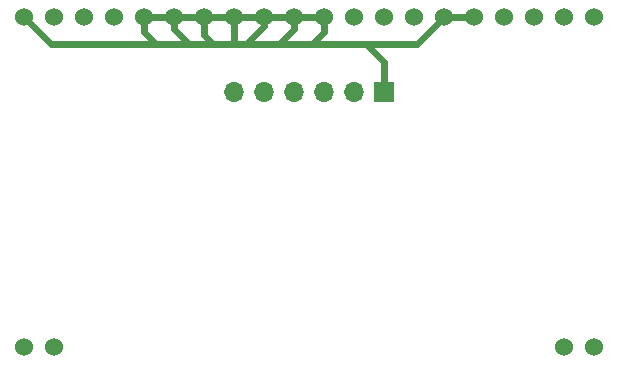
<source format=gbr>
G04 #@! TF.FileFunction,Copper,L2,Bot,Signal*
%FSLAX46Y46*%
G04 Gerber Fmt 4.6, Leading zero omitted, Abs format (unit mm)*
G04 Created by KiCad (PCBNEW 4.0.0-rc1-stable) date 09/08/2017 17:43:47*
%MOMM*%
G01*
G04 APERTURE LIST*
%ADD10C,0.076200*%
%ADD11R,1.700000X1.700000*%
%ADD12O,1.700000X1.700000*%
%ADD13C,1.524000*%
%ADD14C,0.609600*%
G04 APERTURE END LIST*
D10*
D11*
X180340000Y-78486000D03*
D12*
X177800000Y-78486000D03*
X175260000Y-78486000D03*
X172720000Y-78486000D03*
X170180000Y-78486000D03*
X167640000Y-78486000D03*
D13*
X149860000Y-100076000D03*
X152400000Y-100076000D03*
X195580000Y-100076000D03*
X198120000Y-100076000D03*
X198120000Y-72136000D03*
X195580000Y-72136000D03*
X193040000Y-72136000D03*
X190500000Y-72136000D03*
X187960000Y-72136000D03*
X185420000Y-72136000D03*
X182880000Y-72136000D03*
X180340000Y-72136000D03*
X177800000Y-72136000D03*
X175260000Y-72136000D03*
X172720000Y-72136000D03*
X170180000Y-72136000D03*
X167640000Y-72136000D03*
X165100000Y-72136000D03*
X162560000Y-72136000D03*
X160020000Y-72136000D03*
X157480000Y-72136000D03*
X154940000Y-72136000D03*
X152400000Y-72136000D03*
X149860000Y-72136000D03*
D14*
X175260000Y-72136000D02*
X175260000Y-73406000D01*
X175260000Y-73406000D02*
X174244000Y-74422000D01*
X172720000Y-72136000D02*
X172720000Y-73152000D01*
X171450000Y-74422000D02*
X171196000Y-74422000D01*
X172720000Y-73152000D02*
X171450000Y-74422000D01*
X170180000Y-72136000D02*
X170180000Y-72898000D01*
X170180000Y-72898000D02*
X168656000Y-74422000D01*
X167640000Y-72136000D02*
X167640000Y-74422000D01*
X165100000Y-72136000D02*
X165100000Y-73660000D01*
X165100000Y-73660000D02*
X165862000Y-74422000D01*
X162560000Y-72136000D02*
X162560000Y-73152000D01*
X162560000Y-73152000D02*
X163830000Y-74422000D01*
X160020000Y-72136000D02*
X160020000Y-73406000D01*
X160020000Y-73406000D02*
X161036000Y-74422000D01*
X172720000Y-72136000D02*
X175260000Y-72136000D01*
X170180000Y-72136000D02*
X172720000Y-72136000D01*
X167640000Y-72136000D02*
X170180000Y-72136000D01*
X165100000Y-72136000D02*
X167640000Y-72136000D01*
X162560000Y-72136000D02*
X165100000Y-72136000D01*
X160020000Y-72136000D02*
X162560000Y-72136000D01*
X185420000Y-72136000D02*
X187960000Y-72136000D01*
X178816000Y-74422000D02*
X180340000Y-75946000D01*
X180340000Y-75946000D02*
X180340000Y-78486000D01*
X149860000Y-72136000D02*
X152146000Y-74422000D01*
X152146000Y-74422000D02*
X161036000Y-74422000D01*
X161036000Y-74422000D02*
X163830000Y-74422000D01*
X163830000Y-74422000D02*
X165862000Y-74422000D01*
X165862000Y-74422000D02*
X167640000Y-74422000D01*
X167640000Y-74422000D02*
X168656000Y-74422000D01*
X168656000Y-74422000D02*
X171196000Y-74422000D01*
X171196000Y-74422000D02*
X173736000Y-74422000D01*
X173736000Y-74422000D02*
X174244000Y-74422000D01*
X174244000Y-74422000D02*
X178816000Y-74422000D01*
X183134000Y-74422000D02*
X185420000Y-72136000D01*
X178816000Y-74422000D02*
X183134000Y-74422000D01*
M02*

</source>
